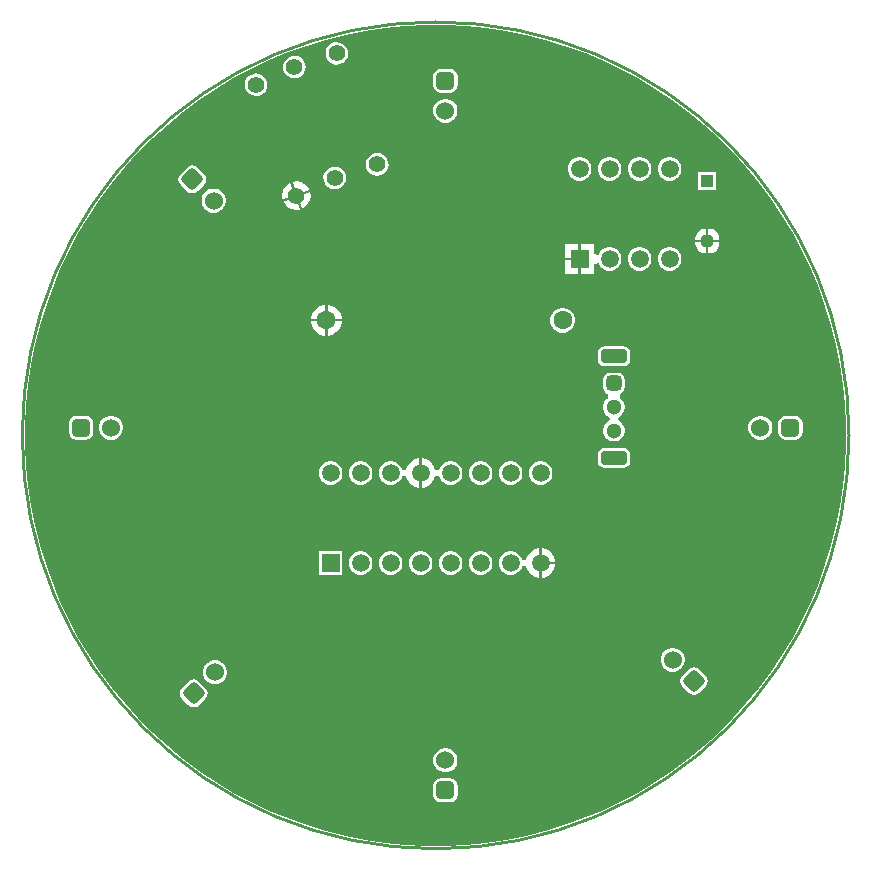
<source format=gtl>
G04*
G04 #@! TF.GenerationSoftware,Altium Limited,Altium Designer,25.1.2 (22)*
G04*
G04 Layer_Physical_Order=1*
G04 Layer_Color=3394611*
%FSLAX25Y25*%
%MOIN*%
G70*
G04*
G04 #@! TF.SameCoordinates,55CC0A21-E48C-49F2-8F71-982A5F67B68B*
G04*
G04*
G04 #@! TF.FilePolarity,Positive*
G04*
G01*
G75*
%ADD11C,0.01000*%
%ADD13C,0.05512*%
G04:AMPARAMS|DCode=27|XSize=51.18mil|YSize=51.18mil|CornerRadius=12.8mil|HoleSize=0mil|Usage=FLASHONLY|Rotation=270.000|XOffset=0mil|YOffset=0mil|HoleType=Round|Shape=RoundedRectangle|*
%AMROUNDEDRECTD27*
21,1,0.05118,0.02559,0,0,270.0*
21,1,0.02559,0.05118,0,0,270.0*
1,1,0.02559,-0.01280,-0.01280*
1,1,0.02559,-0.01280,0.01280*
1,1,0.02559,0.01280,0.01280*
1,1,0.02559,0.01280,-0.01280*
%
%ADD27ROUNDEDRECTD27*%
%ADD28C,0.05118*%
G04:AMPARAMS|DCode=29|XSize=86.61mil|YSize=47.24mil|CornerRadius=11.81mil|HoleSize=0mil|Usage=FLASHONLY|Rotation=180.000|XOffset=0mil|YOffset=0mil|HoleType=Round|Shape=RoundedRectangle|*
%AMROUNDEDRECTD29*
21,1,0.08661,0.02362,0,0,180.0*
21,1,0.06299,0.04724,0,0,180.0*
1,1,0.02362,-0.03150,0.01181*
1,1,0.02362,0.03150,0.01181*
1,1,0.02362,0.03150,-0.01181*
1,1,0.02362,-0.03150,-0.01181*
%
%ADD29ROUNDEDRECTD29*%
%ADD30C,0.13780*%
%ADD31C,0.06299*%
%ADD32C,0.05906*%
%ADD33R,0.05906X0.05906*%
G04:AMPARAMS|DCode=34|XSize=39.37mil|YSize=39.37mil|CornerRadius=9.84mil|HoleSize=0mil|Usage=FLASHONLY|Rotation=270.000|XOffset=0mil|YOffset=0mil|HoleType=Round|Shape=RoundedRectangle|*
%AMROUNDEDRECTD34*
21,1,0.03937,0.01968,0,0,270.0*
21,1,0.01968,0.03937,0,0,270.0*
1,1,0.01968,-0.00984,-0.00984*
1,1,0.01968,-0.00984,0.00984*
1,1,0.01968,0.00984,0.00984*
1,1,0.01968,0.00984,-0.00984*
%
%ADD34ROUNDEDRECTD34*%
%ADD35R,0.03937X0.03937*%
%ADD36C,0.06000*%
G04:AMPARAMS|DCode=37|XSize=60mil|YSize=60mil|CornerRadius=15mil|HoleSize=0mil|Usage=FLASHONLY|Rotation=0.000|XOffset=0mil|YOffset=0mil|HoleType=Round|Shape=RoundedRectangle|*
%AMROUNDEDRECTD37*
21,1,0.06000,0.03000,0,0,0.0*
21,1,0.03000,0.06000,0,0,0.0*
1,1,0.03000,0.01500,-0.01500*
1,1,0.03000,-0.01500,-0.01500*
1,1,0.03000,-0.01500,0.01500*
1,1,0.03000,0.01500,0.01500*
%
%ADD37ROUNDEDRECTD37*%
G04:AMPARAMS|DCode=38|XSize=60mil|YSize=60mil|CornerRadius=15mil|HoleSize=0mil|Usage=FLASHONLY|Rotation=315.000|XOffset=0mil|YOffset=0mil|HoleType=Round|Shape=RoundedRectangle|*
%AMROUNDEDRECTD38*
21,1,0.06000,0.03000,0,0,315.0*
21,1,0.03000,0.06000,0,0,315.0*
1,1,0.03000,0.00000,-0.02121*
1,1,0.03000,-0.02121,0.00000*
1,1,0.03000,0.00000,0.02121*
1,1,0.03000,0.02121,0.00000*
%
%ADD38ROUNDEDRECTD38*%
G04:AMPARAMS|DCode=39|XSize=60mil|YSize=60mil|CornerRadius=15mil|HoleSize=0mil|Usage=FLASHONLY|Rotation=270.000|XOffset=0mil|YOffset=0mil|HoleType=Round|Shape=RoundedRectangle|*
%AMROUNDEDRECTD39*
21,1,0.06000,0.03000,0,0,270.0*
21,1,0.03000,0.06000,0,0,270.0*
1,1,0.03000,-0.01500,-0.01500*
1,1,0.03000,-0.01500,0.01500*
1,1,0.03000,0.01500,0.01500*
1,1,0.03000,0.01500,-0.01500*
%
%ADD39ROUNDEDRECTD39*%
G04:AMPARAMS|DCode=40|XSize=60mil|YSize=60mil|CornerRadius=15mil|HoleSize=0mil|Usage=FLASHONLY|Rotation=225.000|XOffset=0mil|YOffset=0mil|HoleType=Round|Shape=RoundedRectangle|*
%AMROUNDEDRECTD40*
21,1,0.06000,0.03000,0,0,225.0*
21,1,0.03000,0.06000,0,0,225.0*
1,1,0.03000,-0.02121,0.00000*
1,1,0.03000,0.00000,0.02121*
1,1,0.03000,0.02121,0.00000*
1,1,0.03000,0.00000,-0.02121*
%
%ADD40ROUNDEDRECTD40*%
G36*
X147861Y274257D02*
X154545Y273599D01*
X161188Y272614D01*
X167775Y271304D01*
X174291Y269672D01*
X180717Y267722D01*
X187041Y265459D01*
X193246Y262889D01*
X199317Y260018D01*
X205240Y256852D01*
X211001Y253399D01*
X216585Y249668D01*
X221979Y245667D01*
X227171Y241406D01*
X232147Y236896D01*
X236896Y232147D01*
X241406Y227171D01*
X245667Y221979D01*
X249668Y216585D01*
X253399Y211001D01*
X256852Y205240D01*
X260018Y199317D01*
X262889Y193246D01*
X265459Y187041D01*
X267722Y180717D01*
X269672Y174291D01*
X271304Y167775D01*
X272614Y161188D01*
X273599Y154545D01*
X274257Y147861D01*
X274587Y141153D01*
Y137795D01*
Y134437D01*
X274257Y127729D01*
X273599Y121045D01*
X272614Y114402D01*
X271304Y107815D01*
X269672Y101300D01*
X267722Y94873D01*
X265459Y88550D01*
X262889Y82345D01*
X260018Y76274D01*
X256852Y70351D01*
X253399Y64590D01*
X249668Y59006D01*
X245667Y53611D01*
X241406Y48420D01*
X236896Y43443D01*
X232147Y38695D01*
X227171Y34184D01*
X221979Y29923D01*
X216585Y25923D01*
X211001Y22192D01*
X205240Y18739D01*
X199317Y15573D01*
X193246Y12701D01*
X187041Y10131D01*
X180717Y7869D01*
X174291Y5919D01*
X167775Y4287D01*
X161188Y2977D01*
X154545Y1991D01*
X147861Y1333D01*
X141153Y1003D01*
X134437D01*
X127729Y1333D01*
X121045Y1991D01*
X114402Y2977D01*
X107815Y4287D01*
X101300Y5919D01*
X94873Y7869D01*
X88550Y10131D01*
X82345Y12701D01*
X76274Y15573D01*
X70351Y18739D01*
X64590Y22191D01*
X59006Y25923D01*
X53611Y29923D01*
X48420Y34184D01*
X43443Y38694D01*
X38695Y43443D01*
X34184Y48420D01*
X29923Y53611D01*
X25923Y59006D01*
X22192Y64590D01*
X18739Y70350D01*
X15573Y76274D01*
X12701Y82345D01*
X10131Y88550D01*
X7869Y94873D01*
X5919Y101300D01*
X4287Y107815D01*
X2977Y114402D01*
X1991Y121045D01*
X1333Y127729D01*
X1003Y134437D01*
Y137795D01*
Y141153D01*
X1333Y147861D01*
X1991Y154545D01*
X2977Y161188D01*
X4287Y167775D01*
X5919Y174291D01*
X7869Y180717D01*
X10131Y187041D01*
X12701Y193246D01*
X15573Y199317D01*
X18739Y205240D01*
X22191Y211001D01*
X25923Y216585D01*
X29923Y221979D01*
X34184Y227171D01*
X38694Y232147D01*
X43443Y236896D01*
X48420Y241406D01*
X53611Y245667D01*
X59006Y249668D01*
X64590Y253399D01*
X70350Y256852D01*
X76274Y260018D01*
X82345Y262889D01*
X88550Y265459D01*
X94873Y267722D01*
X101300Y269672D01*
X107815Y271304D01*
X114402Y272614D01*
X121045Y273599D01*
X127729Y274257D01*
X134437Y274587D01*
X141153D01*
X147861Y274257D01*
D02*
G37*
%LPC*%
G36*
X105046Y268920D02*
X104065Y268834D01*
X103140Y268498D01*
X102333Y267933D01*
X101700Y267178D01*
X101284Y266286D01*
X101113Y265316D01*
X101198Y264335D01*
X101535Y263409D01*
X102100Y262603D01*
X102855Y261970D01*
X103747Y261554D01*
X104717Y261383D01*
X105698Y261468D01*
X106623Y261805D01*
X107430Y262370D01*
X108063Y263124D01*
X108479Y264017D01*
X108650Y264987D01*
X108564Y265968D01*
X108228Y266893D01*
X107663Y267700D01*
X106908Y268333D01*
X106016Y268749D01*
X105046Y268920D01*
D02*
G37*
G36*
X90873Y264393D02*
X89892Y264307D01*
X88966Y263970D01*
X88160Y263405D01*
X87527Y262651D01*
X87110Y261758D01*
X86939Y260788D01*
X87025Y259807D01*
X87362Y258882D01*
X87927Y258075D01*
X88681Y257442D01*
X89574Y257026D01*
X90544Y256855D01*
X91525Y256941D01*
X92450Y257278D01*
X93257Y257842D01*
X93890Y258597D01*
X94306Y259489D01*
X94477Y260459D01*
X94391Y261440D01*
X94054Y262366D01*
X93490Y263173D01*
X92735Y263806D01*
X91843Y264222D01*
X90873Y264393D01*
D02*
G37*
G36*
X142563Y260026D02*
X139564D01*
X138594Y259833D01*
X137773Y259284D01*
X137223Y258462D01*
X137031Y257493D01*
Y254493D01*
X137223Y253524D01*
X137773Y252702D01*
X138594Y252153D01*
X139564Y251960D01*
X142563D01*
X143533Y252153D01*
X144354Y252702D01*
X144904Y253524D01*
X145096Y254493D01*
Y257493D01*
X144904Y258462D01*
X144354Y259284D01*
X143533Y259833D01*
X142563Y260026D01*
D02*
G37*
G36*
X78078Y258487D02*
X77096Y258401D01*
X76171Y258065D01*
X75364Y257500D01*
X74731Y256745D01*
X74315Y255853D01*
X74144Y254883D01*
X74230Y253902D01*
X74567Y252976D01*
X75132Y252170D01*
X75886Y251537D01*
X76779Y251120D01*
X77748Y250950D01*
X78729Y251035D01*
X79655Y251372D01*
X80462Y251937D01*
X81095Y252691D01*
X81511Y253584D01*
X81682Y254554D01*
X81596Y255535D01*
X81259Y256460D01*
X80694Y257267D01*
X79940Y257900D01*
X79047Y258316D01*
X78078Y258487D01*
D02*
G37*
G36*
X141588Y249977D02*
X140539D01*
X139526Y249706D01*
X138617Y249181D01*
X137875Y248439D01*
X137351Y247531D01*
X137079Y246517D01*
Y245468D01*
X137351Y244455D01*
X137875Y243547D01*
X138617Y242805D01*
X139526Y242280D01*
X140539Y242009D01*
X141588D01*
X142601Y242280D01*
X143510Y242805D01*
X144252Y243547D01*
X144776Y244455D01*
X145048Y245468D01*
Y246517D01*
X144776Y247531D01*
X144252Y248439D01*
X143510Y249181D01*
X142601Y249706D01*
X141588Y249977D01*
D02*
G37*
G36*
X118511Y231925D02*
X117530Y231839D01*
X116605Y231502D01*
X115798Y230937D01*
X115165Y230183D01*
X114749Y229290D01*
X114578Y228320D01*
X114664Y227339D01*
X115001Y226414D01*
X115566Y225607D01*
X116320Y224974D01*
X117212Y224558D01*
X118182Y224387D01*
X119163Y224473D01*
X120089Y224810D01*
X120896Y225374D01*
X121528Y226129D01*
X121945Y227021D01*
X122116Y227991D01*
X122030Y228972D01*
X121693Y229898D01*
X121128Y230704D01*
X120374Y231337D01*
X119481Y231753D01*
X118511Y231925D01*
D02*
G37*
G36*
X216306Y230551D02*
X215269D01*
X214268Y230283D01*
X213370Y229765D01*
X212637Y229031D01*
X212119Y228134D01*
X211850Y227133D01*
Y226096D01*
X212119Y225095D01*
X212637Y224197D01*
X213370Y223464D01*
X214268Y222945D01*
X215269Y222677D01*
X216306D01*
X217307Y222945D01*
X218205Y223464D01*
X218938Y224197D01*
X219456Y225095D01*
X219724Y226096D01*
Y227133D01*
X219456Y228134D01*
X218938Y229031D01*
X218205Y229765D01*
X217307Y230283D01*
X216306Y230551D01*
D02*
G37*
G36*
X206306D02*
X205269D01*
X204268Y230283D01*
X203370Y229765D01*
X202637Y229031D01*
X202119Y228134D01*
X201850Y227133D01*
Y226096D01*
X202119Y225095D01*
X202637Y224197D01*
X203370Y223464D01*
X204268Y222945D01*
X205269Y222677D01*
X206306D01*
X207307Y222945D01*
X208205Y223464D01*
X208938Y224197D01*
X209456Y225095D01*
X209724Y226096D01*
Y227133D01*
X209456Y228134D01*
X208938Y229031D01*
X208205Y229765D01*
X207307Y230283D01*
X206306Y230551D01*
D02*
G37*
G36*
X196306D02*
X195269D01*
X194268Y230283D01*
X193370Y229765D01*
X192637Y229031D01*
X192119Y228134D01*
X191850Y227133D01*
Y226096D01*
X192119Y225095D01*
X192637Y224197D01*
X193370Y223464D01*
X194268Y222945D01*
X195269Y222677D01*
X196306D01*
X197307Y222945D01*
X198205Y223464D01*
X198938Y224197D01*
X199456Y225095D01*
X199724Y226096D01*
Y227133D01*
X199456Y228134D01*
X198938Y229031D01*
X198205Y229765D01*
X197307Y230283D01*
X196306Y230551D01*
D02*
G37*
G36*
X186306D02*
X185269D01*
X184268Y230283D01*
X183370Y229765D01*
X182637Y229031D01*
X182119Y228134D01*
X181850Y227133D01*
Y226096D01*
X182119Y225095D01*
X182637Y224197D01*
X183370Y223464D01*
X184268Y222945D01*
X185269Y222677D01*
X186306D01*
X187307Y222945D01*
X188205Y223464D01*
X188938Y224197D01*
X189456Y225095D01*
X189724Y226096D01*
Y227133D01*
X189456Y228134D01*
X188938Y229031D01*
X188205Y229765D01*
X187307Y230283D01*
X186306Y230551D01*
D02*
G37*
G36*
X104338Y227397D02*
X103357Y227311D01*
X102432Y226974D01*
X101625Y226409D01*
X100992Y225655D01*
X100576Y224763D01*
X100405Y223793D01*
X100491Y222812D01*
X100827Y221886D01*
X101392Y221079D01*
X102147Y220446D01*
X103039Y220030D01*
X104009Y219859D01*
X104990Y219945D01*
X105915Y220282D01*
X106722Y220847D01*
X107355Y221601D01*
X107771Y222494D01*
X107942Y223464D01*
X107857Y224445D01*
X107520Y225370D01*
X106955Y226177D01*
X106201Y226810D01*
X105308Y227226D01*
X104338Y227397D01*
D02*
G37*
G36*
X231299Y225551D02*
X225394D01*
Y219646D01*
X231299D01*
Y225551D01*
D02*
G37*
G36*
X56715Y227765D02*
X55746Y227572D01*
X54924Y227023D01*
X52803Y224902D01*
X52254Y224080D01*
X52061Y223111D01*
X52254Y222142D01*
X52803Y221320D01*
X54924Y219199D01*
X55746Y218650D01*
X56715Y218457D01*
X57684Y218650D01*
X58506Y219199D01*
X60628Y221320D01*
X61177Y222142D01*
X61369Y223111D01*
X61177Y224080D01*
X60628Y224902D01*
X58506Y227023D01*
X57684Y227572D01*
X56715Y227765D01*
D02*
G37*
G36*
X91586Y222483D02*
X90347Y222375D01*
X90132Y222297D01*
X91614Y218227D01*
X95683Y219708D01*
X95605Y219923D01*
X94892Y220942D01*
X93939Y221742D01*
X92811Y222267D01*
X91586Y222483D01*
D02*
G37*
G36*
X89393Y222027D02*
X89178Y221949D01*
X88159Y221236D01*
X87359Y220283D01*
X86834Y219156D01*
X86618Y217930D01*
X86726Y216691D01*
X86804Y216477D01*
X90874Y217958D01*
X89393Y222027D01*
D02*
G37*
G36*
X95952Y218969D02*
X91883Y217487D01*
X93364Y213418D01*
X93579Y213496D01*
X94598Y214209D01*
X95397Y215162D01*
X95923Y216290D01*
X96139Y217515D01*
X96031Y218754D01*
X95952Y218969D01*
D02*
G37*
G36*
X91143Y217218D02*
X87073Y215737D01*
X87152Y215522D01*
X87865Y214503D01*
X88818Y213704D01*
X89945Y213178D01*
X91171Y212962D01*
X92410Y213070D01*
X92624Y213148D01*
X91143Y217218D01*
D02*
G37*
G36*
X64311Y220024D02*
X63262D01*
X62248Y219753D01*
X61340Y219228D01*
X60598Y218486D01*
X60074Y217578D01*
X59802Y216564D01*
Y215515D01*
X60074Y214502D01*
X60598Y213594D01*
X61340Y212852D01*
X62248Y212327D01*
X63262Y212056D01*
X64311D01*
X65324Y212327D01*
X66233Y212852D01*
X66974Y213594D01*
X67499Y214502D01*
X67770Y215515D01*
Y216564D01*
X67499Y217578D01*
X66974Y218486D01*
X66233Y219228D01*
X65324Y219753D01*
X64311Y220024D01*
D02*
G37*
G36*
X229331Y206561D02*
X228740D01*
Y202992D01*
X232309D01*
Y203583D01*
X232207Y204353D01*
X231910Y205072D01*
X231437Y205689D01*
X230820Y206162D01*
X230101Y206459D01*
X229331Y206561D01*
D02*
G37*
G36*
X227953D02*
X227362D01*
X226591Y206459D01*
X225873Y206162D01*
X225256Y205689D01*
X224783Y205072D01*
X224485Y204353D01*
X224384Y203583D01*
Y202992D01*
X227953D01*
Y206561D01*
D02*
G37*
G36*
X232309Y202205D02*
X228740D01*
Y198636D01*
X229331D01*
X230101Y198737D01*
X230820Y199035D01*
X231437Y199508D01*
X231910Y200125D01*
X232207Y200843D01*
X232309Y201614D01*
Y202205D01*
D02*
G37*
G36*
X227953D02*
X224384D01*
Y201614D01*
X224485Y200843D01*
X224783Y200125D01*
X225256Y199508D01*
X225873Y199035D01*
X226591Y198737D01*
X227362Y198636D01*
X227953D01*
Y202205D01*
D02*
G37*
G36*
X185394Y201535D02*
X180866D01*
Y197008D01*
X185394D01*
Y201535D01*
D02*
G37*
G36*
X216306Y200551D02*
X215269D01*
X214268Y200283D01*
X213370Y199765D01*
X212637Y199031D01*
X212119Y198134D01*
X211850Y197133D01*
Y196096D01*
X212119Y195095D01*
X212637Y194197D01*
X213370Y193464D01*
X214268Y192946D01*
X215269Y192677D01*
X216306D01*
X217307Y192946D01*
X218205Y193464D01*
X218938Y194197D01*
X219456Y195095D01*
X219724Y196096D01*
Y197133D01*
X219456Y198134D01*
X218938Y199031D01*
X218205Y199765D01*
X217307Y200283D01*
X216306Y200551D01*
D02*
G37*
G36*
X206306D02*
X205269D01*
X204268Y200283D01*
X203370Y199765D01*
X202637Y199031D01*
X202119Y198134D01*
X201850Y197133D01*
Y196096D01*
X202119Y195095D01*
X202637Y194197D01*
X203370Y193464D01*
X204268Y192946D01*
X205269Y192677D01*
X206306D01*
X207307Y192946D01*
X208205Y193464D01*
X208938Y194197D01*
X209456Y195095D01*
X209724Y196096D01*
Y197133D01*
X209456Y198134D01*
X208938Y199031D01*
X208205Y199765D01*
X207307Y200283D01*
X206306Y200551D01*
D02*
G37*
G36*
X190709Y201535D02*
X186181D01*
Y196614D01*
Y191693D01*
X190709D01*
Y195033D01*
X192087Y195214D01*
X192119Y195095D01*
X192637Y194197D01*
X193370Y193464D01*
X194268Y192946D01*
X195269Y192677D01*
X196306D01*
X197307Y192946D01*
X198205Y193464D01*
X198938Y194197D01*
X199456Y195095D01*
X199724Y196096D01*
Y197133D01*
X199456Y198134D01*
X198938Y199031D01*
X198205Y199765D01*
X197307Y200283D01*
X196306Y200551D01*
X195269D01*
X194268Y200283D01*
X193370Y199765D01*
X192637Y199031D01*
X192119Y198134D01*
X192087Y198014D01*
X190709Y198195D01*
Y201535D01*
D02*
G37*
G36*
X185394Y196220D02*
X180866D01*
Y191693D01*
X185394D01*
Y196220D01*
D02*
G37*
G36*
X102052Y181299D02*
X101772D01*
Y176575D01*
X106496D01*
Y176855D01*
X106147Y178157D01*
X105473Y179324D01*
X104520Y180277D01*
X103354Y180950D01*
X102052Y181299D01*
D02*
G37*
G36*
X100984D02*
X100704D01*
X99402Y180950D01*
X98235Y180277D01*
X97282Y179324D01*
X96609Y178157D01*
X96260Y176855D01*
Y176575D01*
X100984D01*
Y181299D01*
D02*
G37*
G36*
X180662Y180315D02*
X179574D01*
X178523Y180033D01*
X177580Y179489D01*
X176810Y178719D01*
X176266Y177777D01*
X175984Y176725D01*
Y175637D01*
X176266Y174585D01*
X176810Y173643D01*
X177580Y172873D01*
X178523Y172329D01*
X179574Y172047D01*
X180662D01*
X181714Y172329D01*
X182656Y172873D01*
X183426Y173643D01*
X183970Y174585D01*
X184252Y175637D01*
Y176725D01*
X183970Y177777D01*
X183426Y178719D01*
X182656Y179489D01*
X181714Y180033D01*
X180662Y180315D01*
D02*
G37*
G36*
X106496Y175787D02*
X101772D01*
Y171063D01*
X102052D01*
X103354Y171412D01*
X104520Y172086D01*
X105473Y173038D01*
X106147Y174206D01*
X106496Y175507D01*
Y175787D01*
D02*
G37*
G36*
X100984D02*
X96260D01*
Y175507D01*
X96609Y174206D01*
X97282Y173038D01*
X98235Y172086D01*
X99402Y171412D01*
X100704Y171063D01*
X100984D01*
Y175787D01*
D02*
G37*
G36*
X200394Y167562D02*
X194095D01*
X193250Y167394D01*
X192533Y166916D01*
X192055Y166199D01*
X191887Y165354D01*
Y162992D01*
X192055Y162147D01*
X192533Y161431D01*
X193250Y160952D01*
X194095Y160784D01*
X200394D01*
X201239Y160952D01*
X201955Y161431D01*
X202433Y162147D01*
X202602Y162992D01*
Y165354D01*
X202433Y166199D01*
X201955Y166916D01*
X201239Y167394D01*
X200394Y167562D01*
D02*
G37*
G36*
X246589Y144332D02*
X245540D01*
X244526Y144061D01*
X243618Y143536D01*
X242876Y142795D01*
X242352Y141886D01*
X242080Y140873D01*
Y139824D01*
X242352Y138810D01*
X242876Y137902D01*
X243618Y137160D01*
X244526Y136635D01*
X245540Y136364D01*
X246589D01*
X247602Y136635D01*
X248511Y137160D01*
X249252Y137902D01*
X249777Y138810D01*
X250048Y139824D01*
Y140873D01*
X249777Y141886D01*
X249252Y142795D01*
X248511Y143536D01*
X247602Y144061D01*
X246589Y144332D01*
D02*
G37*
G36*
X30123D02*
X29074D01*
X28061Y144061D01*
X27152Y143536D01*
X26410Y142795D01*
X25886Y141886D01*
X25615Y140873D01*
Y139824D01*
X25886Y138810D01*
X26410Y137902D01*
X27152Y137160D01*
X28061Y136635D01*
X29074Y136364D01*
X30123D01*
X31137Y136635D01*
X32045Y137160D01*
X32787Y137902D01*
X33312Y138810D01*
X33583Y139824D01*
Y140873D01*
X33312Y141886D01*
X32787Y142795D01*
X32045Y143536D01*
X31137Y144061D01*
X30123Y144332D01*
D02*
G37*
G36*
X257564Y144381D02*
X254564D01*
X253595Y144188D01*
X252773Y143639D01*
X252224Y142817D01*
X252031Y141848D01*
Y138848D01*
X252224Y137879D01*
X252773Y137057D01*
X253595Y136508D01*
X254564Y136315D01*
X257564D01*
X258534Y136508D01*
X259355Y137057D01*
X259904Y137879D01*
X260097Y138848D01*
Y141848D01*
X259904Y142817D01*
X259355Y143639D01*
X258534Y144188D01*
X257564Y144381D01*
D02*
G37*
G36*
X21099D02*
X18099D01*
X17129Y144188D01*
X16308Y143639D01*
X15759Y142817D01*
X15566Y141848D01*
Y138848D01*
X15759Y137879D01*
X16308Y137057D01*
X17129Y136508D01*
X18099Y136315D01*
X21099D01*
X22068Y136508D01*
X22890Y137057D01*
X23439Y137879D01*
X23632Y138848D01*
Y141848D01*
X23439Y142817D01*
X22890Y143639D01*
X22068Y144188D01*
X21099Y144381D01*
D02*
G37*
G36*
X198524Y158706D02*
X195965D01*
X195081Y158530D01*
X194333Y158030D01*
X193832Y157281D01*
X193656Y156398D01*
Y153839D01*
X193832Y152955D01*
X194333Y152207D01*
X195081Y151706D01*
X195118Y151699D01*
X195357Y150246D01*
X195069Y150079D01*
X194409Y149420D01*
X193942Y148612D01*
X193701Y147711D01*
Y146778D01*
X193942Y145876D01*
X194409Y145069D01*
X195069Y144409D01*
X195692Y144049D01*
X195791Y143307D01*
X195692Y142565D01*
X195069Y142205D01*
X194409Y141546D01*
X193942Y140738D01*
X193701Y139837D01*
Y138904D01*
X193942Y138002D01*
X194409Y137194D01*
X195069Y136535D01*
X195876Y136068D01*
X196778Y135827D01*
X197711D01*
X198612Y136068D01*
X199420Y136535D01*
X200079Y137194D01*
X200546Y138002D01*
X200787Y138904D01*
Y139837D01*
X200546Y140738D01*
X200079Y141546D01*
X199420Y142205D01*
X198796Y142565D01*
X198697Y143307D01*
X198796Y144049D01*
X199420Y144409D01*
X200079Y145069D01*
X200546Y145876D01*
X200787Y146778D01*
Y147711D01*
X200546Y148612D01*
X200079Y149420D01*
X199420Y150079D01*
X199131Y150246D01*
X199371Y151699D01*
X199407Y151706D01*
X200156Y152207D01*
X200656Y152955D01*
X200832Y153839D01*
Y156398D01*
X200656Y157281D01*
X200156Y158030D01*
X199407Y158530D01*
X198524Y158706D01*
D02*
G37*
G36*
X200394Y133704D02*
X194095D01*
X193250Y133536D01*
X192533Y133057D01*
X192055Y132341D01*
X191887Y131496D01*
Y129134D01*
X192055Y128289D01*
X192533Y127573D01*
X193250Y127094D01*
X194095Y126926D01*
X200394D01*
X201239Y127094D01*
X201955Y127573D01*
X202433Y128289D01*
X202602Y129134D01*
Y131496D01*
X202433Y132341D01*
X201955Y133057D01*
X201239Y133536D01*
X200394Y133704D01*
D02*
G37*
G36*
X132402Y130157D02*
X132147D01*
X130896Y129822D01*
X129774Y129174D01*
X128857Y128258D01*
X128209Y127136D01*
X127999Y126351D01*
X126573Y126351D01*
X126464Y126756D01*
X125946Y127654D01*
X125213Y128387D01*
X124315Y128905D01*
X123314Y129173D01*
X122277D01*
X121276Y128905D01*
X120378Y128387D01*
X119645Y127654D01*
X119127Y126756D01*
X118858Y125754D01*
Y124718D01*
X119127Y123717D01*
X119645Y122819D01*
X120378Y122086D01*
X121276Y121567D01*
X122277Y121299D01*
X123314D01*
X124315Y121567D01*
X125213Y122086D01*
X125946Y122819D01*
X126464Y123717D01*
X126573Y124122D01*
X127999Y124122D01*
X128209Y123337D01*
X128857Y122214D01*
X129774Y121298D01*
X130896Y120650D01*
X132147Y120315D01*
X132402D01*
Y125236D01*
Y130157D01*
D02*
G37*
G36*
X173314Y129173D02*
X172277D01*
X171276Y128905D01*
X170378Y128387D01*
X169645Y127654D01*
X169127Y126756D01*
X168858Y125754D01*
Y124718D01*
X169127Y123717D01*
X169645Y122819D01*
X170378Y122086D01*
X171276Y121567D01*
X172277Y121299D01*
X173314D01*
X174315Y121567D01*
X175213Y122086D01*
X175946Y122819D01*
X176464Y123717D01*
X176732Y124718D01*
Y125754D01*
X176464Y126756D01*
X175946Y127654D01*
X175213Y128387D01*
X174315Y128905D01*
X173314Y129173D01*
D02*
G37*
G36*
X163314D02*
X162277D01*
X161276Y128905D01*
X160378Y128387D01*
X159645Y127654D01*
X159127Y126756D01*
X158858Y125754D01*
Y124718D01*
X159127Y123717D01*
X159645Y122819D01*
X160378Y122086D01*
X161276Y121567D01*
X162277Y121299D01*
X163314D01*
X164315Y121567D01*
X165213Y122086D01*
X165946Y122819D01*
X166464Y123717D01*
X166732Y124718D01*
Y125754D01*
X166464Y126756D01*
X165946Y127654D01*
X165213Y128387D01*
X164315Y128905D01*
X163314Y129173D01*
D02*
G37*
G36*
X153314D02*
X152277D01*
X151276Y128905D01*
X150378Y128387D01*
X149645Y127654D01*
X149127Y126756D01*
X148858Y125754D01*
Y124718D01*
X149127Y123717D01*
X149645Y122819D01*
X150378Y122086D01*
X151276Y121567D01*
X152277Y121299D01*
X153314D01*
X154315Y121567D01*
X155213Y122086D01*
X155946Y122819D01*
X156464Y123717D01*
X156732Y124718D01*
Y125754D01*
X156464Y126756D01*
X155946Y127654D01*
X155213Y128387D01*
X154315Y128905D01*
X153314Y129173D01*
D02*
G37*
G36*
X133443Y130157D02*
X133189D01*
Y125236D01*
Y120315D01*
X133443D01*
X134695Y120650D01*
X135817Y121298D01*
X136733Y122214D01*
X137381Y123337D01*
X137592Y124122D01*
X139018Y124122D01*
X139127Y123717D01*
X139645Y122819D01*
X140378Y122086D01*
X141276Y121567D01*
X142277Y121299D01*
X143314D01*
X144315Y121567D01*
X145213Y122086D01*
X145946Y122819D01*
X146464Y123717D01*
X146732Y124718D01*
Y125754D01*
X146464Y126756D01*
X145946Y127654D01*
X145213Y128387D01*
X144315Y128905D01*
X143314Y129173D01*
X142277D01*
X141276Y128905D01*
X140378Y128387D01*
X139645Y127654D01*
X139127Y126756D01*
X139018Y126351D01*
X137592Y126351D01*
X137381Y127136D01*
X136733Y128258D01*
X135817Y129174D01*
X134695Y129822D01*
X133443Y130157D01*
D02*
G37*
G36*
X113314Y129173D02*
X112277D01*
X111276Y128905D01*
X110378Y128387D01*
X109645Y127654D01*
X109127Y126756D01*
X108858Y125754D01*
Y124718D01*
X109127Y123717D01*
X109645Y122819D01*
X110378Y122086D01*
X111276Y121567D01*
X112277Y121299D01*
X113314D01*
X114315Y121567D01*
X115213Y122086D01*
X115946Y122819D01*
X116464Y123717D01*
X116732Y124718D01*
Y125754D01*
X116464Y126756D01*
X115946Y127654D01*
X115213Y128387D01*
X114315Y128905D01*
X113314Y129173D01*
D02*
G37*
G36*
X103314D02*
X102277D01*
X101276Y128905D01*
X100378Y128387D01*
X99645Y127654D01*
X99127Y126756D01*
X98858Y125754D01*
Y124718D01*
X99127Y123717D01*
X99645Y122819D01*
X100378Y122086D01*
X101276Y121567D01*
X102277Y121299D01*
X103314D01*
X104315Y121567D01*
X105213Y122086D01*
X105946Y122819D01*
X106464Y123717D01*
X106732Y124718D01*
Y125754D01*
X106464Y126756D01*
X105946Y127654D01*
X105213Y128387D01*
X104315Y128905D01*
X103314Y129173D01*
D02*
G37*
G36*
X172402Y100157D02*
X172147D01*
X170896Y99822D01*
X169774Y99174D01*
X168857Y98258D01*
X168209Y97136D01*
X167999Y96351D01*
X166572Y96351D01*
X166464Y96756D01*
X165946Y97654D01*
X165213Y98387D01*
X164315Y98905D01*
X163314Y99173D01*
X162277D01*
X161276Y98905D01*
X160378Y98387D01*
X159645Y97654D01*
X159127Y96756D01*
X158858Y95754D01*
Y94718D01*
X159127Y93717D01*
X159645Y92819D01*
X160378Y92086D01*
X161276Y91567D01*
X162277Y91299D01*
X163314D01*
X164315Y91567D01*
X165213Y92086D01*
X165946Y92819D01*
X166464Y93717D01*
X166572Y94122D01*
X167999Y94122D01*
X168209Y93337D01*
X168857Y92215D01*
X169774Y91298D01*
X170896Y90650D01*
X172147Y90315D01*
X172402D01*
Y95236D01*
Y100157D01*
D02*
G37*
G36*
X173443D02*
X173189D01*
Y95630D01*
X177717D01*
Y95884D01*
X177381Y97136D01*
X176733Y98258D01*
X175817Y99174D01*
X174695Y99822D01*
X173443Y100157D01*
D02*
G37*
G36*
X153314Y99173D02*
X152277D01*
X151276Y98905D01*
X150378Y98387D01*
X149645Y97654D01*
X149127Y96756D01*
X148858Y95754D01*
Y94718D01*
X149127Y93717D01*
X149645Y92819D01*
X150378Y92086D01*
X151276Y91567D01*
X152277Y91299D01*
X153314D01*
X154315Y91567D01*
X155213Y92086D01*
X155946Y92819D01*
X156464Y93717D01*
X156732Y94718D01*
Y95754D01*
X156464Y96756D01*
X155946Y97654D01*
X155213Y98387D01*
X154315Y98905D01*
X153314Y99173D01*
D02*
G37*
G36*
X143314D02*
X142277D01*
X141276Y98905D01*
X140378Y98387D01*
X139645Y97654D01*
X139127Y96756D01*
X138858Y95754D01*
Y94718D01*
X139127Y93717D01*
X139645Y92819D01*
X140378Y92086D01*
X141276Y91567D01*
X142277Y91299D01*
X143314D01*
X144315Y91567D01*
X145213Y92086D01*
X145946Y92819D01*
X146464Y93717D01*
X146732Y94718D01*
Y95754D01*
X146464Y96756D01*
X145946Y97654D01*
X145213Y98387D01*
X144315Y98905D01*
X143314Y99173D01*
D02*
G37*
G36*
X133314D02*
X132277D01*
X131276Y98905D01*
X130378Y98387D01*
X129645Y97654D01*
X129127Y96756D01*
X128858Y95754D01*
Y94718D01*
X129127Y93717D01*
X129645Y92819D01*
X130378Y92086D01*
X131276Y91567D01*
X132277Y91299D01*
X133314D01*
X134315Y91567D01*
X135213Y92086D01*
X135946Y92819D01*
X136464Y93717D01*
X136732Y94718D01*
Y95754D01*
X136464Y96756D01*
X135946Y97654D01*
X135213Y98387D01*
X134315Y98905D01*
X133314Y99173D01*
D02*
G37*
G36*
X123314D02*
X122277D01*
X121276Y98905D01*
X120378Y98387D01*
X119645Y97654D01*
X119127Y96756D01*
X118858Y95754D01*
Y94718D01*
X119127Y93717D01*
X119645Y92819D01*
X120378Y92086D01*
X121276Y91567D01*
X122277Y91299D01*
X123314D01*
X124315Y91567D01*
X125213Y92086D01*
X125946Y92819D01*
X126464Y93717D01*
X126732Y94718D01*
Y95754D01*
X126464Y96756D01*
X125946Y97654D01*
X125213Y98387D01*
X124315Y98905D01*
X123314Y99173D01*
D02*
G37*
G36*
X113314D02*
X112277D01*
X111276Y98905D01*
X110378Y98387D01*
X109645Y97654D01*
X109127Y96756D01*
X108858Y95754D01*
Y94718D01*
X109127Y93717D01*
X109645Y92819D01*
X110378Y92086D01*
X111276Y91567D01*
X112277Y91299D01*
X113314D01*
X114315Y91567D01*
X115213Y92086D01*
X115946Y92819D01*
X116464Y93717D01*
X116732Y94718D01*
Y95754D01*
X116464Y96756D01*
X115946Y97654D01*
X115213Y98387D01*
X114315Y98905D01*
X113314Y99173D01*
D02*
G37*
G36*
X106732D02*
X98858D01*
Y91299D01*
X106732D01*
Y99173D01*
D02*
G37*
G36*
X177717Y94842D02*
X173189D01*
Y90315D01*
X173443D01*
X174695Y90650D01*
X175817Y91298D01*
X176733Y92215D01*
X177381Y93337D01*
X177717Y94588D01*
Y94842D01*
D02*
G37*
G36*
X217375Y66960D02*
X216326D01*
X215313Y66688D01*
X214404Y66164D01*
X213663Y65422D01*
X213138Y64513D01*
X212866Y63500D01*
Y62451D01*
X213138Y61438D01*
X213663Y60529D01*
X214404Y59787D01*
X215313Y59263D01*
X216326Y58991D01*
X217375D01*
X218389Y59263D01*
X219297Y59787D01*
X220039Y60529D01*
X220564Y61438D01*
X220835Y62451D01*
Y63500D01*
X220564Y64513D01*
X220039Y65422D01*
X219297Y66164D01*
X218389Y66688D01*
X217375Y66960D01*
D02*
G37*
G36*
X64767Y62844D02*
X63718D01*
X62704Y62573D01*
X61796Y62048D01*
X61054Y61306D01*
X60529Y60398D01*
X60258Y59385D01*
Y58336D01*
X60529Y57322D01*
X61054Y56414D01*
X61796Y55672D01*
X62704Y55147D01*
X63718Y54876D01*
X64767D01*
X65780Y55147D01*
X66689Y55672D01*
X67430Y56414D01*
X67955Y57322D01*
X68226Y58336D01*
Y59385D01*
X67955Y60398D01*
X67430Y61306D01*
X66689Y62048D01*
X65780Y62573D01*
X64767Y62844D01*
D02*
G37*
G36*
X223922Y60559D02*
X222953Y60366D01*
X222131Y59817D01*
X220009Y57696D01*
X219460Y56874D01*
X219268Y55905D01*
X219460Y54935D01*
X220009Y54114D01*
X222131Y51992D01*
X222953Y51443D01*
X223922Y51250D01*
X224891Y51443D01*
X225713Y51992D01*
X227834Y54114D01*
X228383Y54935D01*
X228576Y55905D01*
X228383Y56874D01*
X227834Y57696D01*
X225713Y59817D01*
X224891Y60366D01*
X223922Y60559D01*
D02*
G37*
G36*
X57171Y56443D02*
X56202Y56250D01*
X55380Y55701D01*
X53259Y53580D01*
X52710Y52758D01*
X52517Y51789D01*
X52710Y50820D01*
X53259Y49998D01*
X55380Y47877D01*
X56202Y47328D01*
X57171Y47135D01*
X58140Y47328D01*
X58962Y47877D01*
X61083Y49998D01*
X61633Y50820D01*
X61825Y51789D01*
X61633Y52758D01*
X61083Y53580D01*
X58962Y55701D01*
X58140Y56250D01*
X57171Y56443D01*
D02*
G37*
G36*
X141587Y33512D02*
X140538D01*
X139525Y33240D01*
X138617Y32716D01*
X137875Y31974D01*
X137350Y31065D01*
X137079Y30052D01*
Y29003D01*
X137350Y27990D01*
X137875Y27081D01*
X138617Y26339D01*
X139525Y25815D01*
X140538Y25543D01*
X141587D01*
X142601Y25815D01*
X143509Y26339D01*
X144251Y27081D01*
X144776Y27990D01*
X145047Y29003D01*
Y30052D01*
X144776Y31065D01*
X144251Y31974D01*
X143509Y32716D01*
X142601Y33240D01*
X141587Y33512D01*
D02*
G37*
G36*
X142563Y23560D02*
X139563D01*
X138594Y23368D01*
X137772Y22818D01*
X137223Y21997D01*
X137030Y21027D01*
Y18027D01*
X137223Y17058D01*
X137772Y16236D01*
X138594Y15687D01*
X139563Y15495D01*
X142563D01*
X143532Y15687D01*
X144354Y16236D01*
X144903Y17058D01*
X145096Y18027D01*
Y21027D01*
X144903Y21997D01*
X144354Y22818D01*
X143532Y23368D01*
X142563Y23560D01*
D02*
G37*
%LPD*%
D11*
X275591Y137795D02*
G03*
X275591Y137795I-137795J0D01*
G01*
D13*
X118347Y228156D02*
D03*
X104882Y265151D02*
D03*
X90708Y260624D02*
D03*
X104174Y223628D02*
D03*
X77913Y254718D02*
D03*
X91378Y217723D02*
D03*
D27*
X197244Y155118D02*
D03*
D28*
Y139370D02*
D03*
Y147244D02*
D03*
D29*
Y164173D02*
D03*
Y130315D02*
D03*
D30*
X137795Y266732D02*
D03*
D31*
X180118Y176181D02*
D03*
X101378D02*
D03*
D32*
X162795Y125236D02*
D03*
X152795D02*
D03*
X142795D02*
D03*
X132795D02*
D03*
X122795D02*
D03*
X112795D02*
D03*
X102795D02*
D03*
X172795D02*
D03*
Y95236D02*
D03*
X142795D02*
D03*
X152795D02*
D03*
X162795D02*
D03*
X132795D02*
D03*
X122795D02*
D03*
X112795D02*
D03*
X215787Y226614D02*
D03*
X205787D02*
D03*
X195787D02*
D03*
X185787D02*
D03*
X215787Y196614D02*
D03*
X205787D02*
D03*
X195787D02*
D03*
D33*
X102795Y95236D02*
D03*
X185787Y196614D02*
D03*
D34*
X228346Y202598D02*
D03*
D35*
Y222598D02*
D03*
D36*
X246064Y140348D02*
D03*
X216851Y62976D02*
D03*
X141063Y29527D02*
D03*
X64242Y58860D02*
D03*
X29599Y140348D02*
D03*
X63786Y216040D02*
D03*
X141063Y245993D02*
D03*
D37*
X256064Y140348D02*
D03*
X19599D02*
D03*
D38*
X223922Y55905D02*
D03*
X56715Y223111D02*
D03*
D39*
X141063Y19527D02*
D03*
X141063Y255993D02*
D03*
D40*
X57171Y51789D02*
D03*
M02*

</source>
